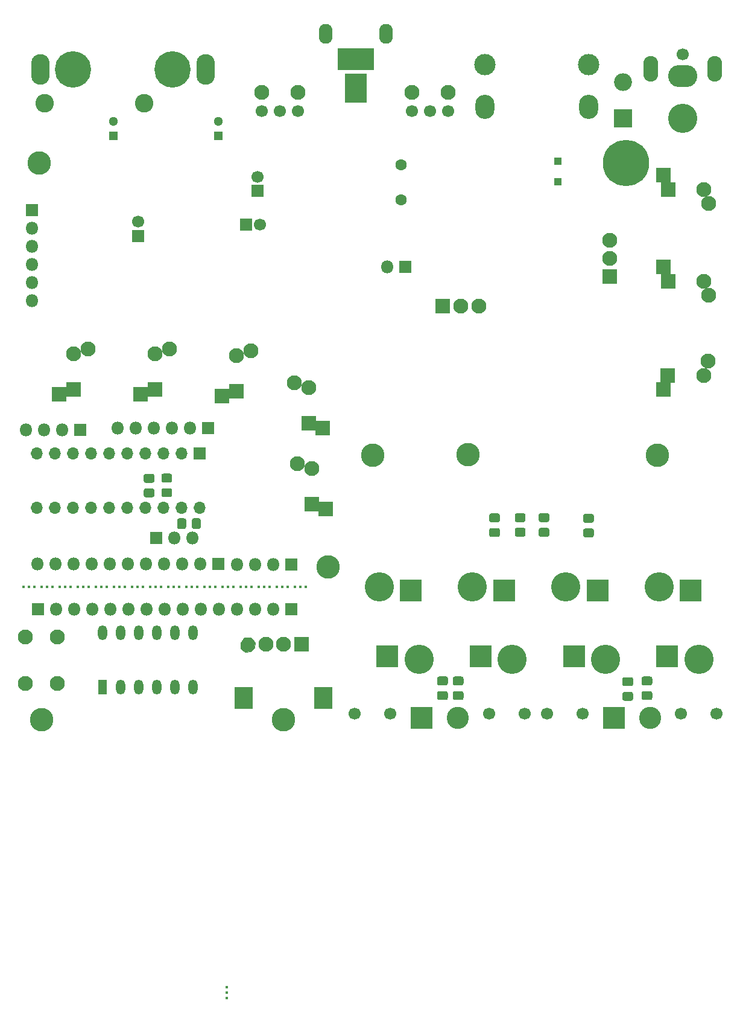
<source format=gbs>
G04 #@! TF.GenerationSoftware,KiCad,Pcbnew,(5.1.6-0-10_14)*
G04 #@! TF.CreationDate,2020-08-23T05:08:53+09:00*
G04 #@! TF.ProjectId,TAS6422AMP,54415336-3432-4324-914d-502e6b696361,0.3*
G04 #@! TF.SameCoordinates,Original*
G04 #@! TF.FileFunction,Soldermask,Bot*
G04 #@! TF.FilePolarity,Negative*
%FSLAX46Y46*%
G04 Gerber Fmt 4.6, Leading zero omitted, Abs format (unit mm)*
G04 Created by KiCad (PCBNEW (5.1.6-0-10_14)) date 2020-08-23 05:08:53*
%MOMM*%
%LPD*%
G01*
G04 APERTURE LIST*
%ADD10C,0.100000*%
%ADD11C,3.300000*%
%ADD12O,1.800000X1.800000*%
%ADD13R,1.800000X1.800000*%
%ADD14O,1.900000X2.800000*%
%ADD15R,3.100000X4.100000*%
%ADD16R,5.100000X3.100000*%
%ADD17R,2.100000X2.100000*%
%ADD18C,2.100000*%
%ADD19R,2.600000X3.100000*%
%ADD20C,1.600000*%
%ADD21C,1.300000*%
%ADD22R,1.300000X1.300000*%
%ADD23C,1.700000*%
%ADD24R,1.700000X1.700000*%
%ADD25O,1.300000X2.100000*%
%ADD26R,1.300000X2.100000*%
%ADD27O,2.100000X3.600000*%
%ADD28O,4.100000X3.100000*%
%ADD29C,4.100000*%
%ADD30R,3.100000X3.100000*%
%ADD31O,1.700000X1.700000*%
%ADD32C,6.500000*%
%ADD33C,0.900000*%
%ADD34R,1.100000X1.100000*%
%ADD35C,0.400000*%
%ADD36O,2.500000X2.500000*%
%ADD37R,2.500000X2.500000*%
%ADD38C,3.100000*%
%ADD39C,5.100000*%
%ADD40C,2.600000*%
%ADD41O,2.600000X4.300000*%
%ADD42R,2.000000X2.000000*%
%ADD43O,2.700000X3.400000*%
%ADD44C,2.985000*%
G04 APERTURE END LIST*
D10*
G36*
X109852460Y-137957560D02*
G01*
X109842300Y-138767820D01*
X109331760Y-139270740D01*
X108470700Y-139288520D01*
X107878880Y-138816080D01*
X107853480Y-138021060D01*
X108325920Y-137307320D01*
X108333540Y-137299700D01*
X109306360Y-137289540D01*
X109852460Y-137957560D01*
G37*
X109852460Y-137957560D02*
X109842300Y-138767820D01*
X109331760Y-139270740D01*
X108470700Y-139288520D01*
X107878880Y-138816080D01*
X107853480Y-138021060D01*
X108325920Y-137307320D01*
X108333540Y-137299700D01*
X109306360Y-137289540D01*
X109852460Y-137957560D01*
D11*
G04 #@! TO.C,H5*
X79885980Y-148818600D03*
G04 #@! TD*
G04 #@! TO.C,H5*
X113885980Y-148818600D03*
G04 #@! TD*
D12*
G04 #@! TO.C,J4*
X90611960Y-107952540D03*
X93151960Y-107952540D03*
X95691960Y-107952540D03*
X98231960Y-107952540D03*
X100771960Y-107952540D03*
D13*
X103311960Y-107952540D03*
G04 #@! TD*
G04 #@! TO.C,C54*
G36*
G01*
X164419198Y-144802540D02*
X165375722Y-144802540D01*
G75*
G02*
X165647460Y-145074278I0J-271738D01*
G01*
X165647460Y-145780802D01*
G75*
G02*
X165375722Y-146052540I-271738J0D01*
G01*
X164419198Y-146052540D01*
G75*
G02*
X164147460Y-145780802I0J271738D01*
G01*
X164147460Y-145074278D01*
G75*
G02*
X164419198Y-144802540I271738J0D01*
G01*
G37*
G36*
G01*
X164419198Y-142752540D02*
X165375722Y-142752540D01*
G75*
G02*
X165647460Y-143024278I0J-271738D01*
G01*
X165647460Y-143730802D01*
G75*
G02*
X165375722Y-144002540I-271738J0D01*
G01*
X164419198Y-144002540D01*
G75*
G02*
X164147460Y-143730802I0J271738D01*
G01*
X164147460Y-143024278D01*
G75*
G02*
X164419198Y-142752540I271738J0D01*
G01*
G37*
G04 #@! TD*
D14*
G04 #@! TO.C,J3*
X128278000Y-52672400D03*
X119778000Y-52672400D03*
D15*
X124028000Y-60222400D03*
D16*
X124028000Y-56222400D03*
G04 #@! TD*
D17*
G04 #@! TO.C,SW1*
X116392960Y-138269980D03*
D18*
X113892960Y-138269980D03*
X111392960Y-138269980D03*
D19*
X119492960Y-145769980D03*
X108292960Y-145769980D03*
G04 #@! TD*
D18*
G04 #@! TO.C,SW2*
X77599540Y-137220820D03*
X82099540Y-137220820D03*
X77599540Y-143720820D03*
X82099540Y-143720820D03*
G04 #@! TD*
D20*
G04 #@! TO.C,Y1*
X130378000Y-75898400D03*
X130378000Y-71018400D03*
G04 #@! TD*
D21*
G04 #@! TO.C,C5*
X104708960Y-64913760D03*
D22*
X104708960Y-66913760D03*
G04 #@! TD*
D21*
G04 #@! TO.C,C6*
X89994740Y-64903600D03*
D22*
X89994740Y-66903600D03*
G04 #@! TD*
D23*
G04 #@! TO.C,C9*
X110582460Y-79402940D03*
D24*
X108582460Y-79402940D03*
G04 #@! TD*
D23*
G04 #@! TO.C,C17*
X93444060Y-79003140D03*
D24*
X93444060Y-81003140D03*
G04 #@! TD*
D23*
G04 #@! TO.C,C18*
X110233000Y-72678500D03*
D24*
X110233000Y-74678500D03*
G04 #@! TD*
G04 #@! TO.C,C55*
G36*
G01*
X161719198Y-144902540D02*
X162675722Y-144902540D01*
G75*
G02*
X162947460Y-145174278I0J-271738D01*
G01*
X162947460Y-145880802D01*
G75*
G02*
X162675722Y-146152540I-271738J0D01*
G01*
X161719198Y-146152540D01*
G75*
G02*
X161447460Y-145880802I0J271738D01*
G01*
X161447460Y-145174278D01*
G75*
G02*
X161719198Y-144902540I271738J0D01*
G01*
G37*
G36*
G01*
X161719198Y-142852540D02*
X162675722Y-142852540D01*
G75*
G02*
X162947460Y-143124278I0J-271738D01*
G01*
X162947460Y-143830802D01*
G75*
G02*
X162675722Y-144102540I-271738J0D01*
G01*
X161719198Y-144102540D01*
G75*
G02*
X161447460Y-143830802I0J271738D01*
G01*
X161447460Y-143124278D01*
G75*
G02*
X161719198Y-142852540I271738J0D01*
G01*
G37*
G04 #@! TD*
G04 #@! TO.C,C56*
G36*
G01*
X137919198Y-144802540D02*
X138875722Y-144802540D01*
G75*
G02*
X139147460Y-145074278I0J-271738D01*
G01*
X139147460Y-145780802D01*
G75*
G02*
X138875722Y-146052540I-271738J0D01*
G01*
X137919198Y-146052540D01*
G75*
G02*
X137647460Y-145780802I0J271738D01*
G01*
X137647460Y-145074278D01*
G75*
G02*
X137919198Y-144802540I271738J0D01*
G01*
G37*
G36*
G01*
X137919198Y-142752540D02*
X138875722Y-142752540D01*
G75*
G02*
X139147460Y-143024278I0J-271738D01*
G01*
X139147460Y-143730802D01*
G75*
G02*
X138875722Y-144002540I-271738J0D01*
G01*
X137919198Y-144002540D01*
G75*
G02*
X137647460Y-143730802I0J271738D01*
G01*
X137647460Y-143024278D01*
G75*
G02*
X137919198Y-142752540I271738J0D01*
G01*
G37*
G04 #@! TD*
G04 #@! TO.C,C57*
G36*
G01*
X135719198Y-144802540D02*
X136675722Y-144802540D01*
G75*
G02*
X136947460Y-145074278I0J-271738D01*
G01*
X136947460Y-145780802D01*
G75*
G02*
X136675722Y-146052540I-271738J0D01*
G01*
X135719198Y-146052540D01*
G75*
G02*
X135447460Y-145780802I0J271738D01*
G01*
X135447460Y-145074278D01*
G75*
G02*
X135719198Y-144802540I271738J0D01*
G01*
G37*
G36*
G01*
X135719198Y-142752540D02*
X136675722Y-142752540D01*
G75*
G02*
X136947460Y-143024278I0J-271738D01*
G01*
X136947460Y-143730802D01*
G75*
G02*
X136675722Y-144002540I-271738J0D01*
G01*
X135719198Y-144002540D01*
G75*
G02*
X135447460Y-143730802I0J271738D01*
G01*
X135447460Y-143024278D01*
G75*
G02*
X135719198Y-142752540I271738J0D01*
G01*
G37*
G04 #@! TD*
D18*
G04 #@! TO.C,C61*
X86404200Y-96841856D03*
D17*
X82404200Y-103186144D03*
D18*
X84404200Y-97514000D03*
D17*
X84404200Y-102514000D03*
G04 #@! TD*
D18*
G04 #@! TO.C,C62*
X173589004Y-89302340D03*
D17*
X167244716Y-85302340D03*
D18*
X172916860Y-87302340D03*
D17*
X167916860Y-87302340D03*
G04 #@! TD*
D18*
G04 #@! TO.C,C63*
X109264000Y-97095856D03*
D17*
X105264000Y-103440144D03*
D18*
X107264000Y-97768000D03*
D17*
X107264000Y-102768000D03*
G04 #@! TD*
D18*
G04 #@! TO.C,C64*
X97834200Y-96841856D03*
D17*
X93834200Y-103186144D03*
D18*
X95834200Y-97514000D03*
D17*
X95834200Y-102514000D03*
G04 #@! TD*
D25*
G04 #@! TO.C,D5*
X101160580Y-144211040D03*
X101160580Y-136591040D03*
X98620580Y-144211040D03*
X98620580Y-136591040D03*
X96080580Y-144211040D03*
X96080580Y-136591040D03*
X93540580Y-144211040D03*
X93540580Y-136591040D03*
X91000580Y-144211040D03*
X91000580Y-136591040D03*
D26*
X88460580Y-144211040D03*
D25*
X88460580Y-136591040D03*
G04 #@! TD*
D23*
G04 #@! TO.C,J1*
X169923000Y-55518500D03*
D27*
X165423000Y-57518500D03*
X174423000Y-57518500D03*
D28*
X169923000Y-58518500D03*
D29*
X169923000Y-64518500D03*
G04 #@! TD*
D12*
G04 #@! TO.C,J11*
X107312000Y-133353000D03*
X109852000Y-133353000D03*
X112392000Y-133353000D03*
D13*
X114932000Y-133353000D03*
G04 #@! TD*
D12*
G04 #@! TO.C,J12*
X104772500Y-133353000D03*
X102232500Y-133353000D03*
X99692500Y-133353000D03*
X97152500Y-133353000D03*
X94612500Y-133353000D03*
X92072500Y-133353000D03*
X89532500Y-133353000D03*
X86992500Y-133353000D03*
X84452500Y-133353000D03*
X81912500Y-133353000D03*
D13*
X79372500Y-133353000D03*
G04 #@! TD*
D29*
G04 #@! TO.C,L1*
X166603460Y-130200000D03*
X172191460Y-140360000D03*
D30*
X167747460Y-139880000D03*
X171047460Y-130680000D03*
G04 #@! TD*
D29*
G04 #@! TO.C,L2*
X153503460Y-130200000D03*
X159091460Y-140360000D03*
D30*
X154647460Y-139880000D03*
X157947460Y-130680000D03*
G04 #@! TD*
D29*
G04 #@! TO.C,L3*
X140403460Y-130222540D03*
X145991460Y-140382540D03*
D30*
X141547460Y-139902540D03*
X144847460Y-130702540D03*
G04 #@! TD*
D29*
G04 #@! TO.C,L4*
X127330000Y-130200000D03*
X132918000Y-140360000D03*
D30*
X128474000Y-139880000D03*
X131774000Y-130680000D03*
G04 #@! TD*
D18*
G04 #@! TO.C,U6*
X115900000Y-60882500D03*
X110820000Y-60882500D03*
D23*
X115900000Y-63502500D03*
X113360000Y-63502500D03*
X110820000Y-63502500D03*
G04 #@! TD*
D18*
G04 #@! TO.C,U7*
X136982000Y-60882500D03*
X131902000Y-60882500D03*
D23*
X136982000Y-63502500D03*
X134442000Y-63502500D03*
X131902000Y-63502500D03*
G04 #@! TD*
D31*
G04 #@! TO.C,U8*
X102105000Y-119129000D03*
X79245000Y-111509000D03*
X99565000Y-119129000D03*
X81785000Y-111509000D03*
X97025000Y-119129000D03*
X84325000Y-111509000D03*
X94485000Y-119129000D03*
X86865000Y-111509000D03*
X91945000Y-119129000D03*
X89405000Y-111509000D03*
X89405000Y-119129000D03*
X91945000Y-111509000D03*
X86865000Y-119129000D03*
X94485000Y-111509000D03*
X84325000Y-119129000D03*
X97025000Y-111509000D03*
X81785000Y-119129000D03*
X99565000Y-111509000D03*
X79245000Y-119129000D03*
D24*
X102105000Y-111509000D03*
G04 #@! TD*
D11*
G04 #@! TO.C,H1*
X79578200Y-70726300D03*
G04 #@! TD*
G04 #@! TO.C,H2*
X166392860Y-111686340D03*
G04 #@! TD*
G04 #@! TO.C,H3*
X120136920Y-127368300D03*
G04 #@! TD*
G04 #@! TO.C,H4*
X139748260Y-111660940D03*
G04 #@! TD*
D32*
G04 #@! TO.C,H6*
X161971000Y-70726300D03*
D33*
X164371000Y-70726300D03*
X163668056Y-72423356D03*
X161971000Y-73126300D03*
X160273944Y-72423356D03*
X159571000Y-70726300D03*
X160273944Y-69029244D03*
X161971000Y-68326300D03*
X163668056Y-69029244D03*
G04 #@! TD*
D12*
G04 #@! TO.C,J2*
X78562200Y-90068400D03*
X78562200Y-87528400D03*
X78562200Y-84988400D03*
X78562200Y-82448400D03*
X78562200Y-79908400D03*
D13*
X78562200Y-77368400D03*
G04 #@! TD*
D12*
G04 #@! TO.C,J9*
X107335320Y-127093980D03*
X109875320Y-127093980D03*
X112415320Y-127093980D03*
D13*
X114955320Y-127093980D03*
G04 #@! TD*
D34*
G04 #@! TO.C,TP1*
X152397000Y-70487500D03*
G04 #@! TD*
G04 #@! TO.C,TP2*
X152420000Y-73393300D03*
G04 #@! TD*
D35*
G04 #@! TO.C,B1*
X81404500Y-130178000D03*
X80642500Y-130178000D03*
X79880500Y-130178000D03*
G04 #@! TD*
G04 #@! TO.C,B2*
X109344000Y-130178000D03*
X108582000Y-130178000D03*
X107820000Y-130178000D03*
G04 #@! TD*
G04 #@! TO.C,B3*
X104264000Y-130178000D03*
X103502000Y-130178000D03*
X102740000Y-130178000D03*
G04 #@! TD*
G04 #@! TO.C,B4*
X111884000Y-130178000D03*
X111122000Y-130178000D03*
X110360000Y-130178000D03*
G04 #@! TD*
G04 #@! TO.C,B5*
X106804000Y-130178000D03*
X106042000Y-130178000D03*
X105280000Y-130178000D03*
G04 #@! TD*
G04 #@! TO.C,B6*
X101724500Y-130178000D03*
X100962500Y-130178000D03*
X100200500Y-130178000D03*
G04 #@! TD*
G04 #@! TO.C,B7*
X116964000Y-130178000D03*
X116202000Y-130178000D03*
X115440000Y-130178000D03*
G04 #@! TD*
G04 #@! TO.C,B8*
X114424000Y-130178000D03*
X113662000Y-130178000D03*
X112900000Y-130178000D03*
G04 #@! TD*
G04 #@! TO.C,B9*
X94104500Y-130178000D03*
X93342500Y-130178000D03*
X92580500Y-130178000D03*
G04 #@! TD*
G04 #@! TO.C,B10*
X83944500Y-130178000D03*
X83182500Y-130178000D03*
X82420500Y-130178000D03*
G04 #@! TD*
G04 #@! TO.C,B11*
X99184500Y-130178000D03*
X98422500Y-130178000D03*
X97660500Y-130178000D03*
G04 #@! TD*
G04 #@! TO.C,B12*
X89024500Y-130178000D03*
X88262500Y-130178000D03*
X87500500Y-130178000D03*
G04 #@! TD*
G04 #@! TO.C,B13*
X86484500Y-130178000D03*
X85722500Y-130178000D03*
X84960500Y-130178000D03*
G04 #@! TD*
G04 #@! TO.C,B14*
X96644500Y-130178000D03*
X95882500Y-130178000D03*
X95120500Y-130178000D03*
G04 #@! TD*
G04 #@! TO.C,B15*
X78864500Y-130178000D03*
X78102500Y-130178000D03*
X77340500Y-130178000D03*
G04 #@! TD*
G04 #@! TO.C,B16*
X91564500Y-130178000D03*
X90802500Y-130178000D03*
X90040500Y-130178000D03*
G04 #@! TD*
D18*
G04 #@! TO.C,C37*
X173589004Y-76449940D03*
D17*
X167244716Y-72449940D03*
D18*
X172916860Y-74449940D03*
D17*
X167916860Y-74449940D03*
G04 #@! TD*
D36*
G04 #@! TO.C,D6*
X161541000Y-59438500D03*
D37*
X161541000Y-64518500D03*
G04 #@! TD*
D11*
G04 #@! TO.C,H7*
X126413260Y-111711740D03*
G04 #@! TD*
G04 #@! TO.C,C41*
G36*
G01*
X156219198Y-122002540D02*
X157175722Y-122002540D01*
G75*
G02*
X157447460Y-122274278I0J-271738D01*
G01*
X157447460Y-122980802D01*
G75*
G02*
X157175722Y-123252540I-271738J0D01*
G01*
X156219198Y-123252540D01*
G75*
G02*
X155947460Y-122980802I0J271738D01*
G01*
X155947460Y-122274278D01*
G75*
G02*
X156219198Y-122002540I271738J0D01*
G01*
G37*
G36*
G01*
X156219198Y-119952540D02*
X157175722Y-119952540D01*
G75*
G02*
X157447460Y-120224278I0J-271738D01*
G01*
X157447460Y-120930802D01*
G75*
G02*
X157175722Y-121202540I-271738J0D01*
G01*
X156219198Y-121202540D01*
G75*
G02*
X155947460Y-120930802I0J271738D01*
G01*
X155947460Y-120224278D01*
G75*
G02*
X156219198Y-119952540I271738J0D01*
G01*
G37*
G04 #@! TD*
G04 #@! TO.C,C42*
G36*
G01*
X150922462Y-121105980D02*
X149965938Y-121105980D01*
G75*
G02*
X149694200Y-120834242I0J271738D01*
G01*
X149694200Y-120127718D01*
G75*
G02*
X149965938Y-119855980I271738J0D01*
G01*
X150922462Y-119855980D01*
G75*
G02*
X151194200Y-120127718I0J-271738D01*
G01*
X151194200Y-120834242D01*
G75*
G02*
X150922462Y-121105980I-271738J0D01*
G01*
G37*
G36*
G01*
X150922462Y-123155980D02*
X149965938Y-123155980D01*
G75*
G02*
X149694200Y-122884242I0J271738D01*
G01*
X149694200Y-122177718D01*
G75*
G02*
X149965938Y-121905980I271738J0D01*
G01*
X150922462Y-121905980D01*
G75*
G02*
X151194200Y-122177718I0J-271738D01*
G01*
X151194200Y-122884242D01*
G75*
G02*
X150922462Y-123155980I-271738J0D01*
G01*
G37*
G04 #@! TD*
G04 #@! TO.C,C43*
G36*
G01*
X146619198Y-121902540D02*
X147575722Y-121902540D01*
G75*
G02*
X147847460Y-122174278I0J-271738D01*
G01*
X147847460Y-122880802D01*
G75*
G02*
X147575722Y-123152540I-271738J0D01*
G01*
X146619198Y-123152540D01*
G75*
G02*
X146347460Y-122880802I0J271738D01*
G01*
X146347460Y-122174278D01*
G75*
G02*
X146619198Y-121902540I271738J0D01*
G01*
G37*
G36*
G01*
X146619198Y-119852540D02*
X147575722Y-119852540D01*
G75*
G02*
X147847460Y-120124278I0J-271738D01*
G01*
X147847460Y-120830802D01*
G75*
G02*
X147575722Y-121102540I-271738J0D01*
G01*
X146619198Y-121102540D01*
G75*
G02*
X146347460Y-120830802I0J271738D01*
G01*
X146347460Y-120124278D01*
G75*
G02*
X146619198Y-119852540I271738J0D01*
G01*
G37*
G04 #@! TD*
G04 #@! TO.C,C44*
G36*
G01*
X143985722Y-121142000D02*
X143029198Y-121142000D01*
G75*
G02*
X142757460Y-120870262I0J271738D01*
G01*
X142757460Y-120163738D01*
G75*
G02*
X143029198Y-119892000I271738J0D01*
G01*
X143985722Y-119892000D01*
G75*
G02*
X144257460Y-120163738I0J-271738D01*
G01*
X144257460Y-120870262D01*
G75*
G02*
X143985722Y-121142000I-271738J0D01*
G01*
G37*
G36*
G01*
X143985722Y-123192000D02*
X143029198Y-123192000D01*
G75*
G02*
X142757460Y-122920262I0J271738D01*
G01*
X142757460Y-122213738D01*
G75*
G02*
X143029198Y-121942000I271738J0D01*
G01*
X143985722Y-121942000D01*
G75*
G02*
X144257460Y-122213738I0J-271738D01*
G01*
X144257460Y-122920262D01*
G75*
G02*
X143985722Y-123192000I-271738J0D01*
G01*
G37*
G04 #@! TD*
D18*
G04 #@! TO.C,C65*
X173512804Y-98510340D03*
D17*
X167168516Y-102510340D03*
D18*
X172840660Y-100510340D03*
D17*
X167840660Y-100510340D03*
G04 #@! TD*
D18*
G04 #@! TO.C,C66*
X115403880Y-101553956D03*
D17*
X119403880Y-107898244D03*
D18*
X117403880Y-102226100D03*
D17*
X117403880Y-107226100D03*
G04 #@! TD*
D12*
G04 #@! TO.C,J8*
X128463040Y-85295740D03*
D13*
X131003040Y-85295740D03*
G04 #@! TD*
D23*
G04 #@! TO.C,C50*
X169622460Y-147957540D03*
X174622460Y-147957540D03*
G04 #@! TD*
G04 #@! TO.C,C51*
X155873460Y-147957540D03*
X150873460Y-147957540D03*
G04 #@! TD*
G04 #@! TO.C,C52*
X142698460Y-147957540D03*
X147698460Y-147957540D03*
G04 #@! TD*
G04 #@! TO.C,C53*
X128822000Y-147958000D03*
X123822000Y-147958000D03*
G04 #@! TD*
D38*
G04 #@! TO.C,J5*
X138300460Y-148592540D03*
D30*
X133220460Y-148592540D03*
G04 #@! TD*
D38*
G04 #@! TO.C,J6*
X165351460Y-148592540D03*
D30*
X160271460Y-148592540D03*
G04 #@! TD*
D18*
G04 #@! TO.C,C67*
X115807740Y-112945856D03*
D17*
X119807740Y-119290144D03*
D18*
X117807740Y-113618000D03*
D17*
X117807740Y-118618000D03*
G04 #@! TD*
D13*
G04 #@! TO.C,J13*
X85341460Y-108143040D03*
D12*
X82801460Y-108143040D03*
X80261460Y-108143040D03*
X77721460Y-108143040D03*
G04 #@! TD*
D39*
G04 #@! TO.C,P1*
X98318080Y-57636040D03*
D40*
X94318080Y-62386040D03*
D39*
X84318080Y-57636040D03*
D40*
X80318080Y-62386040D03*
D41*
X102918080Y-57636040D03*
X79718080Y-57636040D03*
G04 #@! TD*
D42*
G04 #@! TO.C,PS1*
X159661860Y-86636860D03*
D18*
X159661860Y-84096860D03*
X159661860Y-81556860D03*
G04 #@! TD*
D42*
G04 #@! TO.C,U2*
X136227820Y-90853260D03*
D18*
X138767820Y-90853260D03*
X141307820Y-90853260D03*
G04 #@! TD*
G04 #@! TO.C,C68*
G36*
G01*
X98954320Y-121801362D02*
X98954320Y-120844838D01*
G75*
G02*
X99226058Y-120573100I271738J0D01*
G01*
X99932582Y-120573100D01*
G75*
G02*
X100204320Y-120844838I0J-271738D01*
G01*
X100204320Y-121801362D01*
G75*
G02*
X99932582Y-122073100I-271738J0D01*
G01*
X99226058Y-122073100D01*
G75*
G02*
X98954320Y-121801362I0J271738D01*
G01*
G37*
G36*
G01*
X101004320Y-121801362D02*
X101004320Y-120844838D01*
G75*
G02*
X101276058Y-120573100I271738J0D01*
G01*
X101982582Y-120573100D01*
G75*
G02*
X102254320Y-120844838I0J-271738D01*
G01*
X102254320Y-121801362D01*
G75*
G02*
X101982582Y-122073100I-271738J0D01*
G01*
X101276058Y-122073100D01*
G75*
G02*
X101004320Y-121801362I0J271738D01*
G01*
G37*
G04 #@! TD*
D13*
G04 #@! TO.C,J14*
X96045020Y-123309380D03*
D12*
X98585020Y-123309380D03*
X101125020Y-123309380D03*
G04 #@! TD*
G04 #@! TO.C,R27*
G36*
G01*
X94522818Y-114331480D02*
X95479342Y-114331480D01*
G75*
G02*
X95751080Y-114603218I0J-271738D01*
G01*
X95751080Y-115309742D01*
G75*
G02*
X95479342Y-115581480I-271738J0D01*
G01*
X94522818Y-115581480D01*
G75*
G02*
X94251080Y-115309742I0J271738D01*
G01*
X94251080Y-114603218D01*
G75*
G02*
X94522818Y-114331480I271738J0D01*
G01*
G37*
G36*
G01*
X94522818Y-116381480D02*
X95479342Y-116381480D01*
G75*
G02*
X95751080Y-116653218I0J-271738D01*
G01*
X95751080Y-117359742D01*
G75*
G02*
X95479342Y-117631480I-271738J0D01*
G01*
X94522818Y-117631480D01*
G75*
G02*
X94251080Y-117359742I0J271738D01*
G01*
X94251080Y-116653218D01*
G75*
G02*
X94522818Y-116381480I271738J0D01*
G01*
G37*
G04 #@! TD*
G04 #@! TO.C,R28*
G36*
G01*
X97004398Y-116356080D02*
X97960922Y-116356080D01*
G75*
G02*
X98232660Y-116627818I0J-271738D01*
G01*
X98232660Y-117334342D01*
G75*
G02*
X97960922Y-117606080I-271738J0D01*
G01*
X97004398Y-117606080D01*
G75*
G02*
X96732660Y-117334342I0J271738D01*
G01*
X96732660Y-116627818D01*
G75*
G02*
X97004398Y-116356080I271738J0D01*
G01*
G37*
G36*
G01*
X97004398Y-114306080D02*
X97960922Y-114306080D01*
G75*
G02*
X98232660Y-114577818I0J-271738D01*
G01*
X98232660Y-115284342D01*
G75*
G02*
X97960922Y-115556080I-271738J0D01*
G01*
X97004398Y-115556080D01*
G75*
G02*
X96732660Y-115284342I0J271738D01*
G01*
X96732660Y-114577818D01*
G75*
G02*
X97004398Y-114306080I271738J0D01*
G01*
G37*
G04 #@! TD*
D35*
G04 #@! TO.C,B17*
X105870939Y-186339360D03*
X105870939Y-187101360D03*
X105870939Y-187863360D03*
G04 #@! TD*
D13*
G04 #@! TO.C,J10*
X104755939Y-127006361D03*
D12*
X102215939Y-127006361D03*
X99675939Y-127006361D03*
X97135939Y-127006361D03*
X94595939Y-127006361D03*
X92055939Y-127006361D03*
X89515939Y-127006361D03*
X86975939Y-127006361D03*
X84435939Y-127006361D03*
X81895939Y-127006361D03*
X79355939Y-127006361D03*
G04 #@! TD*
D43*
G04 #@! TO.C,J7*
X156678000Y-62880500D03*
X142178000Y-62880500D03*
D44*
X142178000Y-56920500D03*
X156678000Y-56920500D03*
G04 #@! TD*
M02*

</source>
